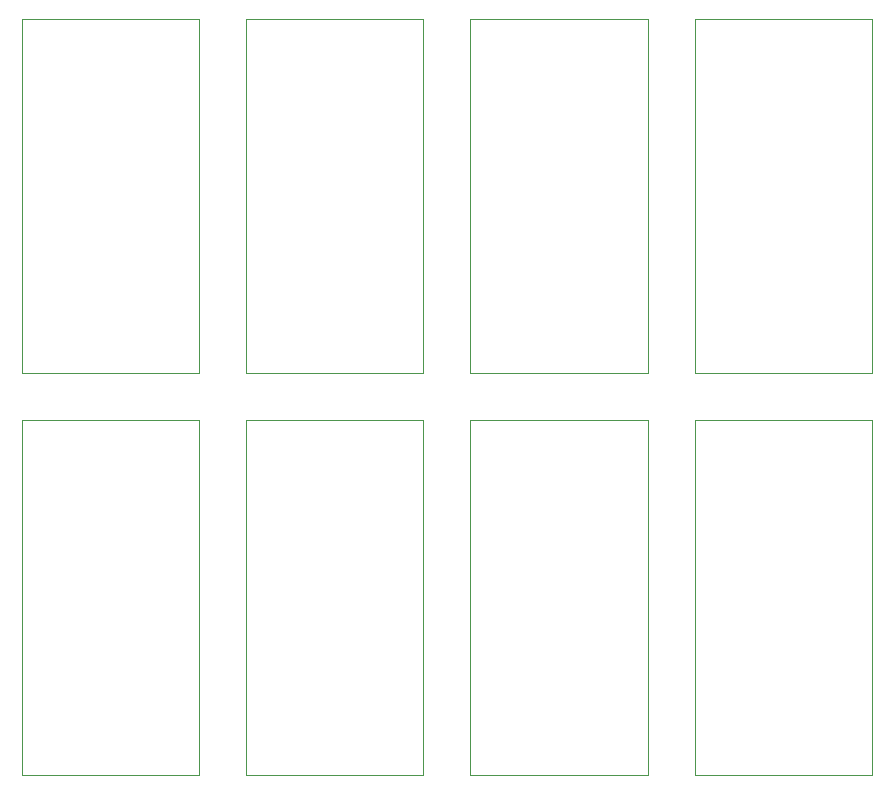
<source format=gbr>
G04 #@! TF.GenerationSoftware,KiCad,Pcbnew,5.1.4*
G04 #@! TF.CreationDate,2019-09-24T10:02:05+02:00*
G04 #@! TF.ProjectId,pogo,706f676f-2e6b-4696-9361-645f70636258,rev?*
G04 #@! TF.SameCoordinates,PX8e0b098PY417b8cc*
G04 #@! TF.FileFunction,Profile,NP*
%FSLAX46Y46*%
G04 Gerber Fmt 4.6, Leading zero omitted, Abs format (unit mm)*
G04 Created by KiCad (PCBNEW 5.1.4) date 2019-09-24 10:02:05*
%MOMM*%
%LPD*%
G04 APERTURE LIST*
%ADD10C,0.050000*%
G04 APERTURE END LIST*
D10*
X51495000Y-58986500D02*
X51495000Y-28986500D01*
X32495000Y-58986500D02*
X32495000Y-28986500D01*
X13495000Y-58986500D02*
X13495000Y-28986500D01*
X-5505000Y-58986500D02*
X-5505000Y-28986500D01*
X51495000Y-24986500D02*
X51495000Y5013500D01*
X32495000Y-24986500D02*
X32495000Y5013500D01*
X13495000Y-24986500D02*
X13495000Y5013500D01*
X66495000Y-28986500D02*
X66495000Y-58986500D01*
X47495000Y-28986500D02*
X47495000Y-58986500D01*
X28495000Y-28986500D02*
X28495000Y-58986500D01*
X9495000Y-28986500D02*
X9495000Y-58986500D01*
X66495000Y5013500D02*
X66495000Y-24986500D01*
X47495000Y5013500D02*
X47495000Y-24986500D01*
X28495000Y5013500D02*
X28495000Y-24986500D01*
X51495000Y-28986500D02*
X66495000Y-28986500D01*
X32495000Y-28986500D02*
X47495000Y-28986500D01*
X13495000Y-28986500D02*
X28495000Y-28986500D01*
X-5505000Y-28986500D02*
X9495000Y-28986500D01*
X51495000Y5013500D02*
X66495000Y5013500D01*
X32495000Y5013500D02*
X47495000Y5013500D01*
X13495000Y5013500D02*
X28495000Y5013500D01*
X66495000Y-58986500D02*
X51495000Y-58986500D01*
X47495000Y-58986500D02*
X32495000Y-58986500D01*
X28495000Y-58986500D02*
X13495000Y-58986500D01*
X9495000Y-58986500D02*
X-5505000Y-58986500D01*
X66495000Y-24986500D02*
X51495000Y-24986500D01*
X47495000Y-24986500D02*
X32495000Y-24986500D01*
X28495000Y-24986500D02*
X13495000Y-24986500D01*
X9495000Y-24986500D02*
X-5505000Y-24986500D01*
X9495000Y5013500D02*
X9495000Y-24986500D01*
X-5505000Y5013500D02*
X9495000Y5013500D01*
X-5505000Y-24986500D02*
X-5505000Y5013500D01*
M02*

</source>
